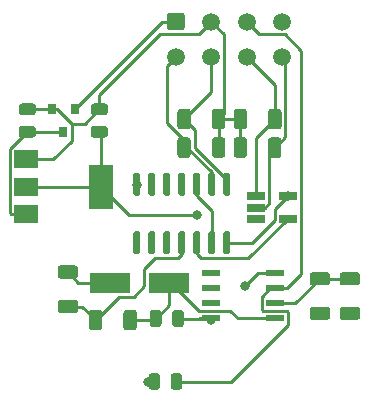
<source format=gbr>
G04 #@! TF.GenerationSoftware,KiCad,Pcbnew,(5.1.6)-1*
G04 #@! TF.CreationDate,2021-06-24T15:15:02+10:00*
G04 #@! TF.ProjectId,BSPD,42535044-2e6b-4696-9361-645f70636258,rev?*
G04 #@! TF.SameCoordinates,Original*
G04 #@! TF.FileFunction,Copper,L1,Top*
G04 #@! TF.FilePolarity,Positive*
%FSLAX46Y46*%
G04 Gerber Fmt 4.6, Leading zero omitted, Abs format (unit mm)*
G04 Created by KiCad (PCBNEW (5.1.6)-1) date 2021-06-24 15:15:02*
%MOMM*%
%LPD*%
G01*
G04 APERTURE LIST*
G04 #@! TA.AperFunction,SMDPad,CuDef*
%ADD10R,3.500000X1.800000*%
G04 #@! TD*
G04 #@! TA.AperFunction,SMDPad,CuDef*
%ADD11R,0.800000X0.900000*%
G04 #@! TD*
G04 #@! TA.AperFunction,SMDPad,CuDef*
%ADD12R,1.560000X0.650000*%
G04 #@! TD*
G04 #@! TA.AperFunction,SMDPad,CuDef*
%ADD13R,1.550000X0.600000*%
G04 #@! TD*
G04 #@! TA.AperFunction,ComponentPad*
%ADD14C,1.500000*%
G04 #@! TD*
G04 #@! TA.AperFunction,SMDPad,CuDef*
%ADD15R,2.000000X3.800000*%
G04 #@! TD*
G04 #@! TA.AperFunction,SMDPad,CuDef*
%ADD16R,2.000000X1.500000*%
G04 #@! TD*
G04 #@! TA.AperFunction,ViaPad*
%ADD17C,0.800000*%
G04 #@! TD*
G04 #@! TA.AperFunction,Conductor*
%ADD18C,0.250000*%
G04 #@! TD*
G04 APERTURE END LIST*
G04 #@! TA.AperFunction,SMDPad,CuDef*
G36*
G01*
X100434000Y-122404000D02*
X100734000Y-122404000D01*
G75*
G02*
X100884000Y-122554000I0J-150000D01*
G01*
X100884000Y-124204000D01*
G75*
G02*
X100734000Y-124354000I-150000J0D01*
G01*
X100434000Y-124354000D01*
G75*
G02*
X100284000Y-124204000I0J150000D01*
G01*
X100284000Y-122554000D01*
G75*
G02*
X100434000Y-122404000I150000J0D01*
G01*
G37*
G04 #@! TD.AperFunction*
G04 #@! TA.AperFunction,SMDPad,CuDef*
G36*
G01*
X99164000Y-122404000D02*
X99464000Y-122404000D01*
G75*
G02*
X99614000Y-122554000I0J-150000D01*
G01*
X99614000Y-124204000D01*
G75*
G02*
X99464000Y-124354000I-150000J0D01*
G01*
X99164000Y-124354000D01*
G75*
G02*
X99014000Y-124204000I0J150000D01*
G01*
X99014000Y-122554000D01*
G75*
G02*
X99164000Y-122404000I150000J0D01*
G01*
G37*
G04 #@! TD.AperFunction*
G04 #@! TA.AperFunction,SMDPad,CuDef*
G36*
G01*
X97894000Y-122404000D02*
X98194000Y-122404000D01*
G75*
G02*
X98344000Y-122554000I0J-150000D01*
G01*
X98344000Y-124204000D01*
G75*
G02*
X98194000Y-124354000I-150000J0D01*
G01*
X97894000Y-124354000D01*
G75*
G02*
X97744000Y-124204000I0J150000D01*
G01*
X97744000Y-122554000D01*
G75*
G02*
X97894000Y-122404000I150000J0D01*
G01*
G37*
G04 #@! TD.AperFunction*
G04 #@! TA.AperFunction,SMDPad,CuDef*
G36*
G01*
X96624000Y-122404000D02*
X96924000Y-122404000D01*
G75*
G02*
X97074000Y-122554000I0J-150000D01*
G01*
X97074000Y-124204000D01*
G75*
G02*
X96924000Y-124354000I-150000J0D01*
G01*
X96624000Y-124354000D01*
G75*
G02*
X96474000Y-124204000I0J150000D01*
G01*
X96474000Y-122554000D01*
G75*
G02*
X96624000Y-122404000I150000J0D01*
G01*
G37*
G04 #@! TD.AperFunction*
G04 #@! TA.AperFunction,SMDPad,CuDef*
G36*
G01*
X95354000Y-122404000D02*
X95654000Y-122404000D01*
G75*
G02*
X95804000Y-122554000I0J-150000D01*
G01*
X95804000Y-124204000D01*
G75*
G02*
X95654000Y-124354000I-150000J0D01*
G01*
X95354000Y-124354000D01*
G75*
G02*
X95204000Y-124204000I0J150000D01*
G01*
X95204000Y-122554000D01*
G75*
G02*
X95354000Y-122404000I150000J0D01*
G01*
G37*
G04 #@! TD.AperFunction*
G04 #@! TA.AperFunction,SMDPad,CuDef*
G36*
G01*
X94084000Y-122404000D02*
X94384000Y-122404000D01*
G75*
G02*
X94534000Y-122554000I0J-150000D01*
G01*
X94534000Y-124204000D01*
G75*
G02*
X94384000Y-124354000I-150000J0D01*
G01*
X94084000Y-124354000D01*
G75*
G02*
X93934000Y-124204000I0J150000D01*
G01*
X93934000Y-122554000D01*
G75*
G02*
X94084000Y-122404000I150000J0D01*
G01*
G37*
G04 #@! TD.AperFunction*
G04 #@! TA.AperFunction,SMDPad,CuDef*
G36*
G01*
X92814000Y-122404000D02*
X93114000Y-122404000D01*
G75*
G02*
X93264000Y-122554000I0J-150000D01*
G01*
X93264000Y-124204000D01*
G75*
G02*
X93114000Y-124354000I-150000J0D01*
G01*
X92814000Y-124354000D01*
G75*
G02*
X92664000Y-124204000I0J150000D01*
G01*
X92664000Y-122554000D01*
G75*
G02*
X92814000Y-122404000I150000J0D01*
G01*
G37*
G04 #@! TD.AperFunction*
G04 #@! TA.AperFunction,SMDPad,CuDef*
G36*
G01*
X92814000Y-117454000D02*
X93114000Y-117454000D01*
G75*
G02*
X93264000Y-117604000I0J-150000D01*
G01*
X93264000Y-119254000D01*
G75*
G02*
X93114000Y-119404000I-150000J0D01*
G01*
X92814000Y-119404000D01*
G75*
G02*
X92664000Y-119254000I0J150000D01*
G01*
X92664000Y-117604000D01*
G75*
G02*
X92814000Y-117454000I150000J0D01*
G01*
G37*
G04 #@! TD.AperFunction*
G04 #@! TA.AperFunction,SMDPad,CuDef*
G36*
G01*
X94084000Y-117454000D02*
X94384000Y-117454000D01*
G75*
G02*
X94534000Y-117604000I0J-150000D01*
G01*
X94534000Y-119254000D01*
G75*
G02*
X94384000Y-119404000I-150000J0D01*
G01*
X94084000Y-119404000D01*
G75*
G02*
X93934000Y-119254000I0J150000D01*
G01*
X93934000Y-117604000D01*
G75*
G02*
X94084000Y-117454000I150000J0D01*
G01*
G37*
G04 #@! TD.AperFunction*
G04 #@! TA.AperFunction,SMDPad,CuDef*
G36*
G01*
X95354000Y-117454000D02*
X95654000Y-117454000D01*
G75*
G02*
X95804000Y-117604000I0J-150000D01*
G01*
X95804000Y-119254000D01*
G75*
G02*
X95654000Y-119404000I-150000J0D01*
G01*
X95354000Y-119404000D01*
G75*
G02*
X95204000Y-119254000I0J150000D01*
G01*
X95204000Y-117604000D01*
G75*
G02*
X95354000Y-117454000I150000J0D01*
G01*
G37*
G04 #@! TD.AperFunction*
G04 #@! TA.AperFunction,SMDPad,CuDef*
G36*
G01*
X96624000Y-117454000D02*
X96924000Y-117454000D01*
G75*
G02*
X97074000Y-117604000I0J-150000D01*
G01*
X97074000Y-119254000D01*
G75*
G02*
X96924000Y-119404000I-150000J0D01*
G01*
X96624000Y-119404000D01*
G75*
G02*
X96474000Y-119254000I0J150000D01*
G01*
X96474000Y-117604000D01*
G75*
G02*
X96624000Y-117454000I150000J0D01*
G01*
G37*
G04 #@! TD.AperFunction*
G04 #@! TA.AperFunction,SMDPad,CuDef*
G36*
G01*
X97894000Y-117454000D02*
X98194000Y-117454000D01*
G75*
G02*
X98344000Y-117604000I0J-150000D01*
G01*
X98344000Y-119254000D01*
G75*
G02*
X98194000Y-119404000I-150000J0D01*
G01*
X97894000Y-119404000D01*
G75*
G02*
X97744000Y-119254000I0J150000D01*
G01*
X97744000Y-117604000D01*
G75*
G02*
X97894000Y-117454000I150000J0D01*
G01*
G37*
G04 #@! TD.AperFunction*
G04 #@! TA.AperFunction,SMDPad,CuDef*
G36*
G01*
X99164000Y-117454000D02*
X99464000Y-117454000D01*
G75*
G02*
X99614000Y-117604000I0J-150000D01*
G01*
X99614000Y-119254000D01*
G75*
G02*
X99464000Y-119404000I-150000J0D01*
G01*
X99164000Y-119404000D01*
G75*
G02*
X99014000Y-119254000I0J150000D01*
G01*
X99014000Y-117604000D01*
G75*
G02*
X99164000Y-117454000I150000J0D01*
G01*
G37*
G04 #@! TD.AperFunction*
G04 #@! TA.AperFunction,SMDPad,CuDef*
G36*
G01*
X100434000Y-117454000D02*
X100734000Y-117454000D01*
G75*
G02*
X100884000Y-117604000I0J-150000D01*
G01*
X100884000Y-119254000D01*
G75*
G02*
X100734000Y-119404000I-150000J0D01*
G01*
X100434000Y-119404000D01*
G75*
G02*
X100284000Y-119254000I0J150000D01*
G01*
X100284000Y-117604000D01*
G75*
G02*
X100434000Y-117454000I150000J0D01*
G01*
G37*
G04 #@! TD.AperFunction*
D10*
X95678000Y-126746000D03*
X90678000Y-126746000D03*
D11*
X87691000Y-112030000D03*
X85791000Y-112030000D03*
X86741000Y-114030000D03*
D12*
X103044000Y-119446000D03*
X103044000Y-120396000D03*
X103044000Y-121346000D03*
X105744000Y-121346000D03*
X105744000Y-119446000D03*
D13*
X104642201Y-125966001D03*
X104642201Y-127236001D03*
X104642201Y-128506001D03*
X104642201Y-129776001D03*
X99242201Y-129776001D03*
X99242201Y-128506001D03*
X99242201Y-127236001D03*
X99242201Y-125966001D03*
G04 #@! TA.AperFunction,SMDPad,CuDef*
G36*
G01*
X84168000Y-114480000D02*
X83218000Y-114480000D01*
G75*
G02*
X82968000Y-114230000I0J250000D01*
G01*
X82968000Y-113730000D01*
G75*
G02*
X83218000Y-113480000I250000J0D01*
G01*
X84168000Y-113480000D01*
G75*
G02*
X84418000Y-113730000I0J-250000D01*
G01*
X84418000Y-114230000D01*
G75*
G02*
X84168000Y-114480000I-250000J0D01*
G01*
G37*
G04 #@! TD.AperFunction*
G04 #@! TA.AperFunction,SMDPad,CuDef*
G36*
G01*
X84168000Y-112580000D02*
X83218000Y-112580000D01*
G75*
G02*
X82968000Y-112330000I0J250000D01*
G01*
X82968000Y-111830000D01*
G75*
G02*
X83218000Y-111580000I250000J0D01*
G01*
X84168000Y-111580000D01*
G75*
G02*
X84418000Y-111830000I0J-250000D01*
G01*
X84418000Y-112330000D01*
G75*
G02*
X84168000Y-112580000I-250000J0D01*
G01*
G37*
G04 #@! TD.AperFunction*
G04 #@! TA.AperFunction,SMDPad,CuDef*
G36*
G01*
X90264000Y-112580000D02*
X89314000Y-112580000D01*
G75*
G02*
X89064000Y-112330000I0J250000D01*
G01*
X89064000Y-111830000D01*
G75*
G02*
X89314000Y-111580000I250000J0D01*
G01*
X90264000Y-111580000D01*
G75*
G02*
X90514000Y-111830000I0J-250000D01*
G01*
X90514000Y-112330000D01*
G75*
G02*
X90264000Y-112580000I-250000J0D01*
G01*
G37*
G04 #@! TD.AperFunction*
G04 #@! TA.AperFunction,SMDPad,CuDef*
G36*
G01*
X90264000Y-114480000D02*
X89314000Y-114480000D01*
G75*
G02*
X89064000Y-114230000I0J250000D01*
G01*
X89064000Y-113730000D01*
G75*
G02*
X89314000Y-113480000I250000J0D01*
G01*
X90264000Y-113480000D01*
G75*
G02*
X90514000Y-113730000I0J-250000D01*
G01*
X90514000Y-114230000D01*
G75*
G02*
X90264000Y-114480000I-250000J0D01*
G01*
G37*
G04 #@! TD.AperFunction*
G04 #@! TA.AperFunction,SMDPad,CuDef*
G36*
G01*
X95954000Y-130269000D02*
X95954000Y-129319000D01*
G75*
G02*
X96204000Y-129069000I250000J0D01*
G01*
X96704000Y-129069000D01*
G75*
G02*
X96954000Y-129319000I0J-250000D01*
G01*
X96954000Y-130269000D01*
G75*
G02*
X96704000Y-130519000I-250000J0D01*
G01*
X96204000Y-130519000D01*
G75*
G02*
X95954000Y-130269000I0J250000D01*
G01*
G37*
G04 #@! TD.AperFunction*
G04 #@! TA.AperFunction,SMDPad,CuDef*
G36*
G01*
X94054000Y-130269000D02*
X94054000Y-129319000D01*
G75*
G02*
X94304000Y-129069000I250000J0D01*
G01*
X94804000Y-129069000D01*
G75*
G02*
X95054000Y-129319000I0J-250000D01*
G01*
X95054000Y-130269000D01*
G75*
G02*
X94804000Y-130519000I-250000J0D01*
G01*
X94304000Y-130519000D01*
G75*
G02*
X94054000Y-130269000I0J250000D01*
G01*
G37*
G04 #@! TD.AperFunction*
G04 #@! TA.AperFunction,SMDPad,CuDef*
G36*
G01*
X93952000Y-135584250D02*
X93952000Y-134671750D01*
G75*
G02*
X94195750Y-134428000I243750J0D01*
G01*
X94683250Y-134428000D01*
G75*
G02*
X94927000Y-134671750I0J-243750D01*
G01*
X94927000Y-135584250D01*
G75*
G02*
X94683250Y-135828000I-243750J0D01*
G01*
X94195750Y-135828000D01*
G75*
G02*
X93952000Y-135584250I0J243750D01*
G01*
G37*
G04 #@! TD.AperFunction*
G04 #@! TA.AperFunction,SMDPad,CuDef*
G36*
G01*
X95827000Y-135584250D02*
X95827000Y-134671750D01*
G75*
G02*
X96070750Y-134428000I243750J0D01*
G01*
X96558250Y-134428000D01*
G75*
G02*
X96802000Y-134671750I0J-243750D01*
G01*
X96802000Y-135584250D01*
G75*
G02*
X96558250Y-135828000I-243750J0D01*
G01*
X96070750Y-135828000D01*
G75*
G02*
X95827000Y-135584250I0J243750D01*
G01*
G37*
G04 #@! TD.AperFunction*
G04 #@! TA.AperFunction,ComponentPad*
G36*
G01*
X95516000Y-105148000D02*
X95516000Y-104148000D01*
G75*
G02*
X95766000Y-103898000I250000J0D01*
G01*
X96766000Y-103898000D01*
G75*
G02*
X97016000Y-104148000I0J-250000D01*
G01*
X97016000Y-105148000D01*
G75*
G02*
X96766000Y-105398000I-250000J0D01*
G01*
X95766000Y-105398000D01*
G75*
G02*
X95516000Y-105148000I0J250000D01*
G01*
G37*
G04 #@! TD.AperFunction*
D14*
X99266000Y-104648000D03*
X102266000Y-104648000D03*
X105266000Y-104648000D03*
X96266000Y-107648000D03*
X99266000Y-107648000D03*
X102266000Y-107648000D03*
X105266000Y-107648000D03*
G04 #@! TA.AperFunction,SMDPad,CuDef*
G36*
G01*
X101164500Y-113528001D02*
X101164500Y-112277999D01*
G75*
G02*
X101414499Y-112028000I249999J0D01*
G01*
X102039501Y-112028000D01*
G75*
G02*
X102289500Y-112277999I0J-249999D01*
G01*
X102289500Y-113528001D01*
G75*
G02*
X102039501Y-113778000I-249999J0D01*
G01*
X101414499Y-113778000D01*
G75*
G02*
X101164500Y-113528001I0J249999D01*
G01*
G37*
G04 #@! TD.AperFunction*
G04 #@! TA.AperFunction,SMDPad,CuDef*
G36*
G01*
X104089500Y-113528001D02*
X104089500Y-112277999D01*
G75*
G02*
X104339499Y-112028000I249999J0D01*
G01*
X104964501Y-112028000D01*
G75*
G02*
X105214500Y-112277999I0J-249999D01*
G01*
X105214500Y-113528001D01*
G75*
G02*
X104964501Y-113778000I-249999J0D01*
G01*
X104339499Y-113778000D01*
G75*
G02*
X104089500Y-113528001I0J249999D01*
G01*
G37*
G04 #@! TD.AperFunction*
G04 #@! TA.AperFunction,SMDPad,CuDef*
G36*
G01*
X105210500Y-114690999D02*
X105210500Y-115941001D01*
G75*
G02*
X104960501Y-116191000I-249999J0D01*
G01*
X104335499Y-116191000D01*
G75*
G02*
X104085500Y-115941001I0J249999D01*
G01*
X104085500Y-114690999D01*
G75*
G02*
X104335499Y-114441000I249999J0D01*
G01*
X104960501Y-114441000D01*
G75*
G02*
X105210500Y-114690999I0J-249999D01*
G01*
G37*
G04 #@! TD.AperFunction*
G04 #@! TA.AperFunction,SMDPad,CuDef*
G36*
G01*
X102285500Y-114690999D02*
X102285500Y-115941001D01*
G75*
G02*
X102035501Y-116191000I-249999J0D01*
G01*
X101410499Y-116191000D01*
G75*
G02*
X101160500Y-115941001I0J249999D01*
G01*
X101160500Y-114690999D01*
G75*
G02*
X101410499Y-114441000I249999J0D01*
G01*
X102035501Y-114441000D01*
G75*
G02*
X102285500Y-114690999I0J-249999D01*
G01*
G37*
G04 #@! TD.AperFunction*
G04 #@! TA.AperFunction,SMDPad,CuDef*
G36*
G01*
X100450000Y-112277999D02*
X100450000Y-113528001D01*
G75*
G02*
X100200001Y-113778000I-249999J0D01*
G01*
X99574999Y-113778000D01*
G75*
G02*
X99325000Y-113528001I0J249999D01*
G01*
X99325000Y-112277999D01*
G75*
G02*
X99574999Y-112028000I249999J0D01*
G01*
X100200001Y-112028000D01*
G75*
G02*
X100450000Y-112277999I0J-249999D01*
G01*
G37*
G04 #@! TD.AperFunction*
G04 #@! TA.AperFunction,SMDPad,CuDef*
G36*
G01*
X97525000Y-112277999D02*
X97525000Y-113528001D01*
G75*
G02*
X97275001Y-113778000I-249999J0D01*
G01*
X96649999Y-113778000D01*
G75*
G02*
X96400000Y-113528001I0J249999D01*
G01*
X96400000Y-112277999D01*
G75*
G02*
X96649999Y-112028000I249999J0D01*
G01*
X97275001Y-112028000D01*
G75*
G02*
X97525000Y-112277999I0J-249999D01*
G01*
G37*
G04 #@! TD.AperFunction*
G04 #@! TA.AperFunction,SMDPad,CuDef*
G36*
G01*
X96400000Y-115941001D02*
X96400000Y-114690999D01*
G75*
G02*
X96649999Y-114441000I249999J0D01*
G01*
X97275001Y-114441000D01*
G75*
G02*
X97525000Y-114690999I0J-249999D01*
G01*
X97525000Y-115941001D01*
G75*
G02*
X97275001Y-116191000I-249999J0D01*
G01*
X96649999Y-116191000D01*
G75*
G02*
X96400000Y-115941001I0J249999D01*
G01*
G37*
G04 #@! TD.AperFunction*
G04 #@! TA.AperFunction,SMDPad,CuDef*
G36*
G01*
X99325000Y-115941001D02*
X99325000Y-114690999D01*
G75*
G02*
X99574999Y-114441000I249999J0D01*
G01*
X100200001Y-114441000D01*
G75*
G02*
X100450000Y-114690999I0J-249999D01*
G01*
X100450000Y-115941001D01*
G75*
G02*
X100200001Y-116191000I-249999J0D01*
G01*
X99574999Y-116191000D01*
G75*
G02*
X99325000Y-115941001I0J249999D01*
G01*
G37*
G04 #@! TD.AperFunction*
G04 #@! TA.AperFunction,SMDPad,CuDef*
G36*
G01*
X86496999Y-128215500D02*
X87747001Y-128215500D01*
G75*
G02*
X87997000Y-128465499I0J-249999D01*
G01*
X87997000Y-129090501D01*
G75*
G02*
X87747001Y-129340500I-249999J0D01*
G01*
X86496999Y-129340500D01*
G75*
G02*
X86247000Y-129090501I0J249999D01*
G01*
X86247000Y-128465499D01*
G75*
G02*
X86496999Y-128215500I249999J0D01*
G01*
G37*
G04 #@! TD.AperFunction*
G04 #@! TA.AperFunction,SMDPad,CuDef*
G36*
G01*
X86496999Y-125290500D02*
X87747001Y-125290500D01*
G75*
G02*
X87997000Y-125540499I0J-249999D01*
G01*
X87997000Y-126165501D01*
G75*
G02*
X87747001Y-126415500I-249999J0D01*
G01*
X86496999Y-126415500D01*
G75*
G02*
X86247000Y-126165501I0J249999D01*
G01*
X86247000Y-125540499D01*
G75*
G02*
X86496999Y-125290500I249999J0D01*
G01*
G37*
G04 #@! TD.AperFunction*
G04 #@! TA.AperFunction,SMDPad,CuDef*
G36*
G01*
X88907000Y-130546001D02*
X88907000Y-129295999D01*
G75*
G02*
X89156999Y-129046000I249999J0D01*
G01*
X89782001Y-129046000D01*
G75*
G02*
X90032000Y-129295999I0J-249999D01*
G01*
X90032000Y-130546001D01*
G75*
G02*
X89782001Y-130796000I-249999J0D01*
G01*
X89156999Y-130796000D01*
G75*
G02*
X88907000Y-130546001I0J249999D01*
G01*
G37*
G04 #@! TD.AperFunction*
G04 #@! TA.AperFunction,SMDPad,CuDef*
G36*
G01*
X91832000Y-130546001D02*
X91832000Y-129295999D01*
G75*
G02*
X92081999Y-129046000I249999J0D01*
G01*
X92707001Y-129046000D01*
G75*
G02*
X92957000Y-129295999I0J-249999D01*
G01*
X92957000Y-130546001D01*
G75*
G02*
X92707001Y-130796000I-249999J0D01*
G01*
X92081999Y-130796000D01*
G75*
G02*
X91832000Y-130546001I0J249999D01*
G01*
G37*
G04 #@! TD.AperFunction*
G04 #@! TA.AperFunction,SMDPad,CuDef*
G36*
G01*
X110372999Y-128789000D02*
X111623001Y-128789000D01*
G75*
G02*
X111873000Y-129038999I0J-249999D01*
G01*
X111873000Y-129664001D01*
G75*
G02*
X111623001Y-129914000I-249999J0D01*
G01*
X110372999Y-129914000D01*
G75*
G02*
X110123000Y-129664001I0J249999D01*
G01*
X110123000Y-129038999D01*
G75*
G02*
X110372999Y-128789000I249999J0D01*
G01*
G37*
G04 #@! TD.AperFunction*
G04 #@! TA.AperFunction,SMDPad,CuDef*
G36*
G01*
X110372999Y-125864000D02*
X111623001Y-125864000D01*
G75*
G02*
X111873000Y-126113999I0J-249999D01*
G01*
X111873000Y-126739001D01*
G75*
G02*
X111623001Y-126989000I-249999J0D01*
G01*
X110372999Y-126989000D01*
G75*
G02*
X110123000Y-126739001I0J249999D01*
G01*
X110123000Y-126113999D01*
G75*
G02*
X110372999Y-125864000I249999J0D01*
G01*
G37*
G04 #@! TD.AperFunction*
G04 #@! TA.AperFunction,SMDPad,CuDef*
G36*
G01*
X107832999Y-128789000D02*
X109083001Y-128789000D01*
G75*
G02*
X109333000Y-129038999I0J-249999D01*
G01*
X109333000Y-129664001D01*
G75*
G02*
X109083001Y-129914000I-249999J0D01*
G01*
X107832999Y-129914000D01*
G75*
G02*
X107583000Y-129664001I0J249999D01*
G01*
X107583000Y-129038999D01*
G75*
G02*
X107832999Y-128789000I249999J0D01*
G01*
G37*
G04 #@! TD.AperFunction*
G04 #@! TA.AperFunction,SMDPad,CuDef*
G36*
G01*
X107832999Y-125864000D02*
X109083001Y-125864000D01*
G75*
G02*
X109333000Y-126113999I0J-249999D01*
G01*
X109333000Y-126739001D01*
G75*
G02*
X109083001Y-126989000I-249999J0D01*
G01*
X107832999Y-126989000D01*
G75*
G02*
X107583000Y-126739001I0J249999D01*
G01*
X107583000Y-126113999D01*
G75*
G02*
X107832999Y-125864000I249999J0D01*
G01*
G37*
G04 #@! TD.AperFunction*
D15*
X89891000Y-118618000D03*
D16*
X83591000Y-118618000D03*
X83591000Y-120918000D03*
X83591000Y-116318000D03*
D17*
X110998000Y-129413000D03*
X99224202Y-129876000D03*
X92964000Y-118491000D03*
X102108000Y-127066000D03*
X105744000Y-119446000D03*
X108458000Y-129351500D03*
X98044000Y-121031000D03*
X93914500Y-135128000D03*
D18*
X87466001Y-113319999D02*
X86176002Y-112030000D01*
X87466001Y-114740001D02*
X87466001Y-113319999D01*
X85888002Y-116318000D02*
X87466001Y-114740001D01*
X86176002Y-112030000D02*
X85791000Y-112030000D01*
X83591000Y-116318000D02*
X85888002Y-116318000D01*
X83743000Y-112030000D02*
X83693000Y-112080000D01*
X85791000Y-112030000D02*
X83743000Y-112030000D01*
X88549001Y-113319999D02*
X89789000Y-112080000D01*
X87466001Y-113319999D02*
X88549001Y-113319999D01*
X98190990Y-105723010D02*
X99266000Y-104648000D01*
X94909988Y-105723010D02*
X98190990Y-105723010D01*
X89789000Y-110843998D02*
X94909988Y-105723010D01*
X89789000Y-112080000D02*
X89789000Y-110843998D01*
X101723000Y-112907000D02*
X101727000Y-112903000D01*
X101723000Y-115316000D02*
X101723000Y-112907000D01*
X99887500Y-115316000D02*
X99887500Y-112903000D01*
X101727000Y-112903000D02*
X99887500Y-112903000D01*
X100341001Y-105723001D02*
X99266000Y-104648000D01*
X100341001Y-112449499D02*
X100341001Y-105723001D01*
X99887500Y-112903000D02*
X100341001Y-112449499D01*
X99224202Y-129794000D02*
X99242201Y-129776001D01*
X96454000Y-129794000D02*
X99224202Y-129794000D01*
X99242201Y-129776001D02*
X98217201Y-129776001D01*
X99242201Y-129776001D02*
X99242201Y-129858001D01*
X99242201Y-129858001D02*
X99224202Y-129876000D01*
X92964000Y-118429000D02*
X92964000Y-118491000D01*
X94427000Y-129921000D02*
X94554000Y-129794000D01*
X92394500Y-129921000D02*
X94427000Y-129921000D01*
X95678000Y-128670000D02*
X94554000Y-129794000D01*
X95678000Y-126746000D02*
X95678000Y-128670000D01*
X95823610Y-126746000D02*
X95678000Y-126746000D01*
X98228610Y-129151000D02*
X95823610Y-126746000D01*
X104642201Y-129776001D02*
X101490999Y-129776001D01*
X100865998Y-129151000D02*
X98228610Y-129151000D01*
X101490999Y-129776001D02*
X100865998Y-129151000D01*
X83591000Y-118618000D02*
X89891000Y-118618000D01*
X89891000Y-114082000D02*
X89789000Y-113980000D01*
X89891000Y-118618000D02*
X89891000Y-114082000D01*
X104642201Y-125966001D02*
X103207999Y-125966001D01*
X103207999Y-125966001D02*
X102108000Y-127066000D01*
X104638999Y-120551001D02*
X105744000Y-119446000D01*
X104638999Y-121441003D02*
X104638999Y-120551001D01*
X102701002Y-123379000D02*
X104638999Y-121441003D01*
X100584000Y-123379000D02*
X102701002Y-123379000D01*
X89891000Y-118618000D02*
X92304000Y-121031000D01*
X92304000Y-121031000D02*
X98044000Y-121031000D01*
X82265999Y-115407001D02*
X83693000Y-113980000D01*
X82265999Y-120842999D02*
X82265999Y-115407001D01*
X82341000Y-120918000D02*
X82265999Y-120842999D01*
X83591000Y-120918000D02*
X82341000Y-120918000D01*
X86691000Y-113980000D02*
X86741000Y-114030000D01*
X83693000Y-113980000D02*
X86691000Y-113980000D01*
X88015000Y-126746000D02*
X87122000Y-125853000D01*
X90678000Y-126746000D02*
X88015000Y-126746000D01*
X94439500Y-135128000D02*
X93914500Y-135128000D01*
X103341001Y-105723001D02*
X102266000Y-104648000D01*
X105469001Y-105723001D02*
X103341001Y-105723001D01*
X106863799Y-107117799D02*
X105469001Y-105723001D01*
X105667201Y-127236001D02*
X106863799Y-126039403D01*
X106863799Y-126039403D02*
X106863799Y-107117799D01*
X104642201Y-127236001D02*
X105667201Y-127236001D01*
X103542200Y-129066002D02*
X103542200Y-127946000D01*
X103607200Y-129131002D02*
X103542200Y-129066002D01*
X103542200Y-127946000D02*
X104252199Y-127236001D01*
X100950204Y-135128000D02*
X105742202Y-130336002D01*
X104252199Y-127236001D02*
X104642201Y-127236001D01*
X96314500Y-135128000D02*
X100950204Y-135128000D01*
X105742202Y-130336002D02*
X105742202Y-129216000D01*
X105742202Y-129216000D02*
X105657204Y-129131002D01*
X105657204Y-129131002D02*
X103607200Y-129131002D01*
X95073000Y-104648000D02*
X96266000Y-104648000D01*
X87691000Y-112030000D02*
X95073000Y-104648000D01*
X103044000Y-114511000D02*
X104652000Y-112903000D01*
X103044000Y-119446000D02*
X103044000Y-114511000D01*
X104652000Y-110034000D02*
X102266000Y-107648000D01*
X104652000Y-112903000D02*
X104652000Y-110034000D01*
X99314000Y-117418642D02*
X97211358Y-115316000D01*
X97211358Y-115316000D02*
X96962500Y-115316000D01*
X99314000Y-118429000D02*
X99314000Y-117418642D01*
X95516001Y-108397999D02*
X96266000Y-107648000D01*
X95516001Y-113207191D02*
X95516001Y-108397999D01*
X96962500Y-114653690D02*
X95516001Y-113207191D01*
X96962500Y-115316000D02*
X96962500Y-114653690D01*
X105539510Y-114424490D02*
X104648000Y-115316000D01*
X105539510Y-107921510D02*
X105539510Y-114424490D01*
X105266000Y-107648000D02*
X105539510Y-107921510D01*
X104149001Y-115814999D02*
X104648000Y-115316000D01*
X104149001Y-120031001D02*
X104149001Y-115814999D01*
X103784002Y-120396000D02*
X104149001Y-120031001D01*
X103044000Y-120396000D02*
X103784002Y-120396000D01*
X99266000Y-110599500D02*
X96962500Y-112903000D01*
X99266000Y-107648000D02*
X99266000Y-110599500D01*
X100584000Y-118052232D02*
X100584000Y-118429000D01*
X97850010Y-115318242D02*
X100584000Y-118052232D01*
X97850010Y-113790510D02*
X97850010Y-115318242D01*
X96962500Y-112903000D02*
X97850010Y-113790510D01*
X88326500Y-128778000D02*
X89469500Y-129921000D01*
X87122000Y-128778000D02*
X88326500Y-128778000D01*
X92688001Y-127971001D02*
X93602999Y-127056003D01*
X91419499Y-127971001D02*
X92688001Y-127971001D01*
X89469500Y-129921000D02*
X91419499Y-127971001D01*
X96448990Y-124679010D02*
X96774000Y-124354000D01*
X96774000Y-124354000D02*
X96774000Y-123379000D01*
X94509988Y-124679010D02*
X96448990Y-124679010D01*
X93602999Y-125585999D02*
X94509988Y-124679010D01*
X93602999Y-127056003D02*
X93602999Y-125585999D01*
X110998000Y-126426500D02*
X108458000Y-126426500D01*
X106378499Y-128506001D02*
X104642201Y-128506001D01*
X108458000Y-126426500D02*
X106378499Y-128506001D01*
X98369010Y-124679010D02*
X102410990Y-124679010D01*
X102410990Y-124679010D02*
X105744000Y-121346000D01*
X98044000Y-124354000D02*
X98369010Y-124679010D01*
X98044000Y-123379000D02*
X98044000Y-124354000D01*
X102987990Y-121402010D02*
X103044000Y-121346000D01*
X98044000Y-118769000D02*
X98044000Y-117794000D01*
X99314000Y-120674000D02*
X99314000Y-123379000D01*
X98044000Y-119404000D02*
X99314000Y-120674000D01*
X98044000Y-118429000D02*
X98044000Y-119404000D01*
M02*

</source>
